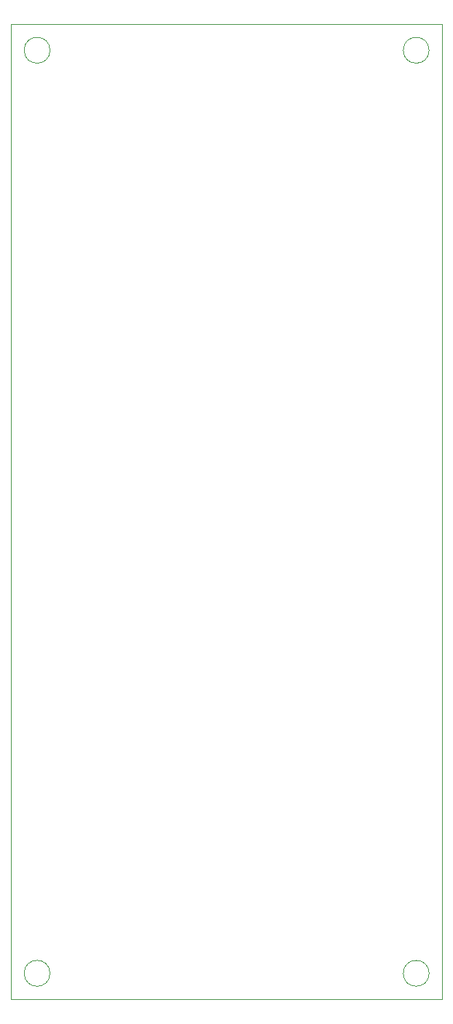
<source format=gbr>
%TF.GenerationSoftware,KiCad,Pcbnew,8.0.6*%
%TF.CreationDate,2024-11-20T17:32:44-08:00*%
%TF.ProjectId,hardware_password,68617264-7761-4726-955f-70617373776f,rev?*%
%TF.SameCoordinates,Original*%
%TF.FileFunction,Profile,NP*%
%FSLAX46Y46*%
G04 Gerber Fmt 4.6, Leading zero omitted, Abs format (unit mm)*
G04 Created by KiCad (PCBNEW 8.0.6) date 2024-11-20 17:32:44*
%MOMM*%
%LPD*%
G01*
G04 APERTURE LIST*
%TA.AperFunction,Profile*%
%ADD10C,0.100000*%
%TD*%
G04 APERTURE END LIST*
D10*
X92500000Y-53500000D02*
G75*
G02*
X89500000Y-53500000I-1500000J0D01*
G01*
X89500000Y-53500000D02*
G75*
G02*
X92500000Y-53500000I1500000J0D01*
G01*
X136500000Y-53500000D02*
G75*
G02*
X133500000Y-53500000I-1500000J0D01*
G01*
X133500000Y-53500000D02*
G75*
G02*
X136500000Y-53500000I1500000J0D01*
G01*
X88000000Y-50500000D02*
X138000000Y-50500000D01*
X138000000Y-163500000D01*
X88000000Y-163500000D01*
X88000000Y-50500000D01*
X92500000Y-160500000D02*
G75*
G02*
X89500000Y-160500000I-1500000J0D01*
G01*
X89500000Y-160500000D02*
G75*
G02*
X92500000Y-160500000I1500000J0D01*
G01*
X136500000Y-160500000D02*
G75*
G02*
X133500000Y-160500000I-1500000J0D01*
G01*
X133500000Y-160500000D02*
G75*
G02*
X136500000Y-160500000I1500000J0D01*
G01*
M02*

</source>
